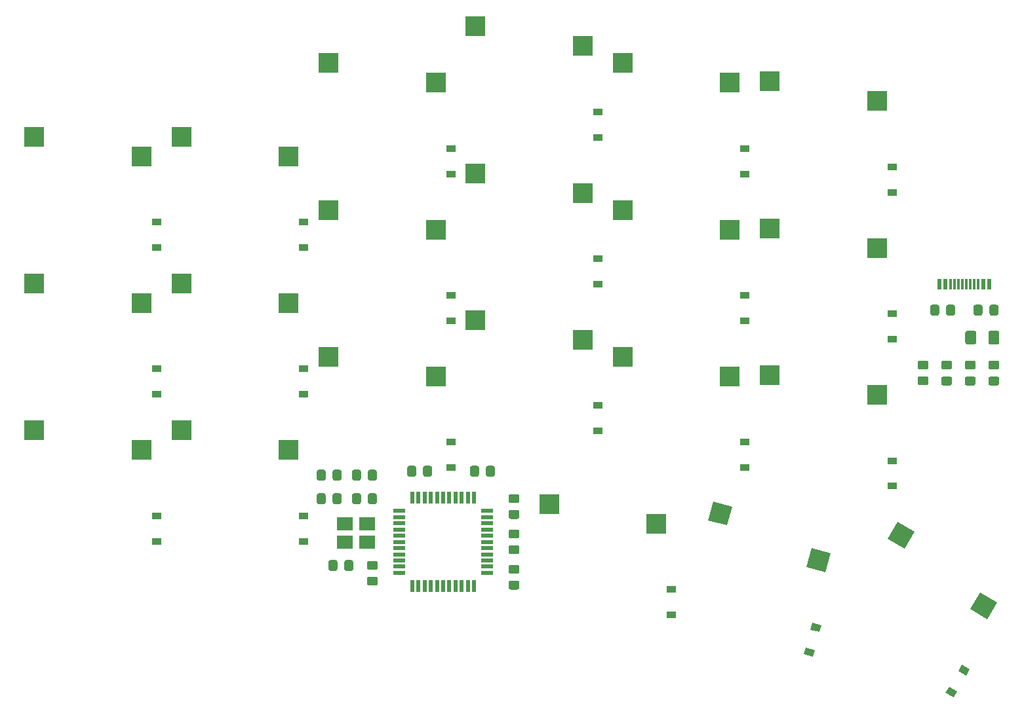
<source format=gbr>
%TF.GenerationSoftware,KiCad,Pcbnew,(5.1.10-1-10_14)*%
%TF.CreationDate,2022-01-29T17:31:24-08:00*%
%TF.ProjectId,phase,70686173-652e-46b6-9963-61645f706362,v1.0.1*%
%TF.SameCoordinates,Original*%
%TF.FileFunction,Paste,Top*%
%TF.FilePolarity,Positive*%
%FSLAX46Y46*%
G04 Gerber Fmt 4.6, Leading zero omitted, Abs format (unit mm)*
G04 Created by KiCad (PCBNEW (5.1.10-1-10_14)) date 2022-01-29 17:31:24*
%MOMM*%
%LPD*%
G01*
G04 APERTURE LIST*
%ADD10R,1.200000X0.900000*%
%ADD11C,0.100000*%
%ADD12R,0.300000X1.450000*%
%ADD13R,0.600000X1.450000*%
%ADD14R,2.550000X2.500000*%
%ADD15R,1.500000X0.550000*%
%ADD16R,0.550000X1.500000*%
%ADD17R,2.100000X1.800000*%
G04 APERTURE END LIST*
D10*
%TO.C,D1*%
X59500000Y-74950000D03*
X59500000Y-78250000D03*
%TD*%
%TO.C,D2*%
X59500000Y-93950000D03*
X59500000Y-97250000D03*
%TD*%
%TO.C,D3*%
X59500000Y-112950000D03*
X59500000Y-116250000D03*
%TD*%
%TO.C,D4*%
X78500000Y-74950000D03*
X78500000Y-78250000D03*
%TD*%
%TO.C,D5*%
X78500000Y-93950000D03*
X78500000Y-97250000D03*
%TD*%
%TO.C,D6*%
X78500000Y-112950000D03*
X78500000Y-116250000D03*
%TD*%
%TO.C,D7*%
X97500000Y-65450000D03*
X97500000Y-68750000D03*
%TD*%
%TO.C,D8*%
X97500000Y-84450000D03*
X97500000Y-87750000D03*
%TD*%
%TO.C,D9*%
X97500000Y-103450000D03*
X97500000Y-106750000D03*
%TD*%
%TO.C,D10*%
X116500000Y-60700000D03*
X116500000Y-64000000D03*
%TD*%
%TO.C,D11*%
X116500000Y-79700000D03*
X116500000Y-83000000D03*
%TD*%
%TO.C,D12*%
X116500000Y-98700000D03*
X116500000Y-102000000D03*
%TD*%
%TO.C,D13*%
X126000000Y-122450000D03*
X126000000Y-125750000D03*
%TD*%
%TO.C,D14*%
X135500000Y-65450000D03*
X135500000Y-68750000D03*
%TD*%
%TO.C,D15*%
X135500000Y-84450000D03*
X135500000Y-87750000D03*
%TD*%
%TO.C,D16*%
X135500000Y-103450000D03*
X135500000Y-106750000D03*
%TD*%
D11*
%TO.C,D17*%
G36*
X145130138Y-127999180D02*
G01*
X143971027Y-127688597D01*
X144203964Y-126819264D01*
X145363075Y-127129847D01*
X145130138Y-127999180D01*
G37*
G36*
X144276036Y-131186736D02*
G01*
X143116925Y-130876153D01*
X143349862Y-130006820D01*
X144508973Y-130317403D01*
X144276036Y-131186736D01*
G37*
%TD*%
D10*
%TO.C,D18*%
X154500000Y-67825000D03*
X154500000Y-71125000D03*
%TD*%
%TO.C,D19*%
X154500000Y-86825000D03*
X154500000Y-90125000D03*
%TD*%
%TO.C,D20*%
X154500000Y-105825000D03*
X154500000Y-109125000D03*
%TD*%
D11*
%TO.C,D21*%
G36*
X164084615Y-133606769D02*
G01*
X163045385Y-133006769D01*
X163495385Y-132227347D01*
X164534615Y-132827347D01*
X164084615Y-133606769D01*
G37*
G36*
X162434615Y-136464653D02*
G01*
X161395385Y-135864653D01*
X161845385Y-135085231D01*
X162884615Y-135685231D01*
X162434615Y-136464653D01*
G37*
%TD*%
%TO.C,SW1*%
G36*
G01*
X81347000Y-110293999D02*
X81347000Y-111194001D01*
G75*
G02*
X81097001Y-111444000I-249999J0D01*
G01*
X80446999Y-111444000D01*
G75*
G02*
X80197000Y-111194001I0J249999D01*
G01*
X80197000Y-110293999D01*
G75*
G02*
X80446999Y-110044000I249999J0D01*
G01*
X81097001Y-110044000D01*
G75*
G02*
X81347000Y-110293999I0J-249999D01*
G01*
G37*
G36*
G01*
X83397000Y-110293999D02*
X83397000Y-111194001D01*
G75*
G02*
X83147001Y-111444000I-249999J0D01*
G01*
X82496999Y-111444000D01*
G75*
G02*
X82247000Y-111194001I0J249999D01*
G01*
X82247000Y-110293999D01*
G75*
G02*
X82496999Y-110044000I249999J0D01*
G01*
X83147001Y-110044000D01*
G75*
G02*
X83397000Y-110293999I0J-249999D01*
G01*
G37*
%TD*%
%TO.C,C1*%
G36*
G01*
X83753000Y-119830001D02*
X83753000Y-118929999D01*
G75*
G02*
X84002999Y-118680000I249999J0D01*
G01*
X84653001Y-118680000D01*
G75*
G02*
X84903000Y-118929999I0J-249999D01*
G01*
X84903000Y-119830001D01*
G75*
G02*
X84653001Y-120080000I-249999J0D01*
G01*
X84002999Y-120080000D01*
G75*
G02*
X83753000Y-119830001I0J249999D01*
G01*
G37*
G36*
G01*
X81703000Y-119830001D02*
X81703000Y-118929999D01*
G75*
G02*
X81952999Y-118680000I249999J0D01*
G01*
X82603001Y-118680000D01*
G75*
G02*
X82853000Y-118929999I0J-249999D01*
G01*
X82853000Y-119830001D01*
G75*
G02*
X82603001Y-120080000I-249999J0D01*
G01*
X81952999Y-120080000D01*
G75*
G02*
X81703000Y-119830001I0J249999D01*
G01*
G37*
%TD*%
%TO.C,C2*%
G36*
G01*
X85901000Y-110293999D02*
X85901000Y-111194001D01*
G75*
G02*
X85651001Y-111444000I-249999J0D01*
G01*
X85000999Y-111444000D01*
G75*
G02*
X84751000Y-111194001I0J249999D01*
G01*
X84751000Y-110293999D01*
G75*
G02*
X85000999Y-110044000I249999J0D01*
G01*
X85651001Y-110044000D01*
G75*
G02*
X85901000Y-110293999I0J-249999D01*
G01*
G37*
G36*
G01*
X87951000Y-110293999D02*
X87951000Y-111194001D01*
G75*
G02*
X87701001Y-111444000I-249999J0D01*
G01*
X87050999Y-111444000D01*
G75*
G02*
X86801000Y-111194001I0J249999D01*
G01*
X86801000Y-110293999D01*
G75*
G02*
X87050999Y-110044000I249999J0D01*
G01*
X87701001Y-110044000D01*
G75*
G02*
X87951000Y-110293999I0J-249999D01*
G01*
G37*
%TD*%
%TO.C,C3*%
G36*
G01*
X105213999Y-121354000D02*
X106114001Y-121354000D01*
G75*
G02*
X106364000Y-121603999I0J-249999D01*
G01*
X106364000Y-122254001D01*
G75*
G02*
X106114001Y-122504000I-249999J0D01*
G01*
X105213999Y-122504000D01*
G75*
G02*
X104964000Y-122254001I0J249999D01*
G01*
X104964000Y-121603999D01*
G75*
G02*
X105213999Y-121354000I249999J0D01*
G01*
G37*
G36*
G01*
X105213999Y-119304000D02*
X106114001Y-119304000D01*
G75*
G02*
X106364000Y-119553999I0J-249999D01*
G01*
X106364000Y-120204001D01*
G75*
G02*
X106114001Y-120454000I-249999J0D01*
G01*
X105213999Y-120454000D01*
G75*
G02*
X104964000Y-120204001I0J249999D01*
G01*
X104964000Y-119553999D01*
G75*
G02*
X105213999Y-119304000I249999J0D01*
G01*
G37*
%TD*%
%TO.C,C4*%
G36*
G01*
X86925999Y-120837000D02*
X87826001Y-120837000D01*
G75*
G02*
X88076000Y-121086999I0J-249999D01*
G01*
X88076000Y-121737001D01*
G75*
G02*
X87826001Y-121987000I-249999J0D01*
G01*
X86925999Y-121987000D01*
G75*
G02*
X86676000Y-121737001I0J249999D01*
G01*
X86676000Y-121086999D01*
G75*
G02*
X86925999Y-120837000I249999J0D01*
G01*
G37*
G36*
G01*
X86925999Y-118787000D02*
X87826001Y-118787000D01*
G75*
G02*
X88076000Y-119036999I0J-249999D01*
G01*
X88076000Y-119687001D01*
G75*
G02*
X87826001Y-119937000I-249999J0D01*
G01*
X86925999Y-119937000D01*
G75*
G02*
X86676000Y-119687001I0J249999D01*
G01*
X86676000Y-119036999D01*
G75*
G02*
X86925999Y-118787000I249999J0D01*
G01*
G37*
%TD*%
%TO.C,C5*%
G36*
G01*
X86801000Y-108146001D02*
X86801000Y-107245999D01*
G75*
G02*
X87050999Y-106996000I249999J0D01*
G01*
X87701001Y-106996000D01*
G75*
G02*
X87951000Y-107245999I0J-249999D01*
G01*
X87951000Y-108146001D01*
G75*
G02*
X87701001Y-108396000I-249999J0D01*
G01*
X87050999Y-108396000D01*
G75*
G02*
X86801000Y-108146001I0J249999D01*
G01*
G37*
G36*
G01*
X84751000Y-108146001D02*
X84751000Y-107245999D01*
G75*
G02*
X85000999Y-106996000I249999J0D01*
G01*
X85651001Y-106996000D01*
G75*
G02*
X85901000Y-107245999I0J-249999D01*
G01*
X85901000Y-108146001D01*
G75*
G02*
X85651001Y-108396000I-249999J0D01*
G01*
X85000999Y-108396000D01*
G75*
G02*
X84751000Y-108146001I0J249999D01*
G01*
G37*
%TD*%
%TO.C,C6*%
G36*
G01*
X101141000Y-106737999D02*
X101141000Y-107638001D01*
G75*
G02*
X100891001Y-107888000I-249999J0D01*
G01*
X100240999Y-107888000D01*
G75*
G02*
X99991000Y-107638001I0J249999D01*
G01*
X99991000Y-106737999D01*
G75*
G02*
X100240999Y-106488000I249999J0D01*
G01*
X100891001Y-106488000D01*
G75*
G02*
X101141000Y-106737999I0J-249999D01*
G01*
G37*
G36*
G01*
X103191000Y-106737999D02*
X103191000Y-107638001D01*
G75*
G02*
X102941001Y-107888000I-249999J0D01*
G01*
X102290999Y-107888000D01*
G75*
G02*
X102041000Y-107638001I0J249999D01*
G01*
X102041000Y-106737999D01*
G75*
G02*
X102290999Y-106488000I249999J0D01*
G01*
X102941001Y-106488000D01*
G75*
G02*
X103191000Y-106737999I0J-249999D01*
G01*
G37*
%TD*%
%TO.C,C7*%
G36*
G01*
X106114001Y-111310000D02*
X105213999Y-111310000D01*
G75*
G02*
X104964000Y-111060001I0J249999D01*
G01*
X104964000Y-110409999D01*
G75*
G02*
X105213999Y-110160000I249999J0D01*
G01*
X106114001Y-110160000D01*
G75*
G02*
X106364000Y-110409999I0J-249999D01*
G01*
X106364000Y-111060001D01*
G75*
G02*
X106114001Y-111310000I-249999J0D01*
G01*
G37*
G36*
G01*
X106114001Y-113360000D02*
X105213999Y-113360000D01*
G75*
G02*
X104964000Y-113110001I0J249999D01*
G01*
X104964000Y-112459999D01*
G75*
G02*
X105213999Y-112210000I249999J0D01*
G01*
X106114001Y-112210000D01*
G75*
G02*
X106364000Y-112459999I0J-249999D01*
G01*
X106364000Y-113110001D01*
G75*
G02*
X106114001Y-113360000I-249999J0D01*
G01*
G37*
%TD*%
%TO.C,C8*%
G36*
G01*
X93031000Y-106737999D02*
X93031000Y-107638001D01*
G75*
G02*
X92781001Y-107888000I-249999J0D01*
G01*
X92130999Y-107888000D01*
G75*
G02*
X91881000Y-107638001I0J249999D01*
G01*
X91881000Y-106737999D01*
G75*
G02*
X92130999Y-106488000I249999J0D01*
G01*
X92781001Y-106488000D01*
G75*
G02*
X93031000Y-106737999I0J-249999D01*
G01*
G37*
G36*
G01*
X95081000Y-106737999D02*
X95081000Y-107638001D01*
G75*
G02*
X94831001Y-107888000I-249999J0D01*
G01*
X94180999Y-107888000D01*
G75*
G02*
X93931000Y-107638001I0J249999D01*
G01*
X93931000Y-106737999D01*
G75*
G02*
X94180999Y-106488000I249999J0D01*
G01*
X94831001Y-106488000D01*
G75*
G02*
X95081000Y-106737999I0J-249999D01*
G01*
G37*
%TD*%
%TO.C,F1*%
G36*
G01*
X163952500Y-90541000D02*
X163952500Y-89291000D01*
G75*
G02*
X164202500Y-89041000I250000J0D01*
G01*
X165127500Y-89041000D01*
G75*
G02*
X165377500Y-89291000I0J-250000D01*
G01*
X165377500Y-90541000D01*
G75*
G02*
X165127500Y-90791000I-250000J0D01*
G01*
X164202500Y-90791000D01*
G75*
G02*
X163952500Y-90541000I0J250000D01*
G01*
G37*
G36*
G01*
X166927500Y-90541000D02*
X166927500Y-89291000D01*
G75*
G02*
X167177500Y-89041000I250000J0D01*
G01*
X168102500Y-89041000D01*
G75*
G02*
X168352500Y-89291000I0J-250000D01*
G01*
X168352500Y-90541000D01*
G75*
G02*
X168102500Y-90791000I-250000J0D01*
G01*
X167177500Y-90791000D01*
G75*
G02*
X166927500Y-90541000I0J250000D01*
G01*
G37*
%TD*%
D12*
%TO.C,J1*%
X164080000Y-83039000D03*
X162080000Y-83039000D03*
X162580000Y-83039000D03*
X163080000Y-83039000D03*
X163580000Y-83039000D03*
X164580000Y-83039000D03*
X165080000Y-83039000D03*
X165580000Y-83039000D03*
D13*
X160580000Y-83039000D03*
X161380000Y-83039000D03*
X166280000Y-83039000D03*
X167080000Y-83039000D03*
X167080000Y-83039000D03*
X166280000Y-83039000D03*
X161380000Y-83039000D03*
X160580000Y-83039000D03*
%TD*%
D14*
%TO.C,K1*%
X57560000Y-66460000D03*
X43710000Y-63920000D03*
%TD*%
%TO.C,K2*%
X57560000Y-85460000D03*
X43710000Y-82920000D03*
%TD*%
%TO.C,K3*%
X57560000Y-104460000D03*
X43710000Y-101920000D03*
%TD*%
%TO.C,K4*%
X76560000Y-66460000D03*
X62710000Y-63920000D03*
%TD*%
%TO.C,K5*%
X76560000Y-85460000D03*
X62710000Y-82920000D03*
%TD*%
%TO.C,K6*%
X76560000Y-104460000D03*
X62710000Y-101920000D03*
%TD*%
%TO.C,K7*%
X95560000Y-56960000D03*
X81710000Y-54420000D03*
%TD*%
%TO.C,K8*%
X95560000Y-75960000D03*
X81710000Y-73420000D03*
%TD*%
%TO.C,K9*%
X95560000Y-94960000D03*
X81710000Y-92420000D03*
%TD*%
%TO.C,K10*%
X114560000Y-52210000D03*
X100710000Y-49670000D03*
%TD*%
%TO.C,K11*%
X114560000Y-71210000D03*
X100710000Y-68670000D03*
%TD*%
%TO.C,K12*%
X114560000Y-90210000D03*
X100710000Y-87670000D03*
%TD*%
%TO.C,K13*%
X124060000Y-113960000D03*
X110210000Y-111420000D03*
%TD*%
%TO.C,K14*%
X133560000Y-56960000D03*
X119710000Y-54420000D03*
%TD*%
%TO.C,K15*%
X133560000Y-75960000D03*
X119710000Y-73420000D03*
%TD*%
%TO.C,K16*%
X133560000Y-94960000D03*
X119710000Y-92420000D03*
%TD*%
D11*
%TO.C,K17*%
G36*
X143435721Y-119583633D02*
G01*
X144082768Y-117168818D01*
X146545879Y-117828807D01*
X145898832Y-120243622D01*
X143435721Y-119583633D01*
G37*
G36*
X130715048Y-113545538D02*
G01*
X131362095Y-111130723D01*
X133825206Y-111790712D01*
X133178159Y-114205527D01*
X130715048Y-113545538D01*
G37*
%TD*%
D14*
%TO.C,K18*%
X152560000Y-59335000D03*
X138710000Y-56795000D03*
%TD*%
%TO.C,K19*%
X152560000Y-78335000D03*
X138710000Y-75795000D03*
%TD*%
%TO.C,K20*%
X152560000Y-97335000D03*
X138710000Y-94795000D03*
%TD*%
D11*
%TO.C,K21*%
G36*
X164625970Y-125039327D02*
G01*
X165875970Y-122874263D01*
X168084334Y-124149263D01*
X166834334Y-126314327D01*
X164625970Y-125039327D01*
G37*
G36*
X153901518Y-115914623D02*
G01*
X155151518Y-113749559D01*
X157359882Y-115024559D01*
X156109882Y-117189623D01*
X153901518Y-115914623D01*
G37*
%TD*%
%TO.C,R1*%
G36*
G01*
X166174000Y-85909999D02*
X166174000Y-86810001D01*
G75*
G02*
X165924001Y-87060000I-249999J0D01*
G01*
X165273999Y-87060000D01*
G75*
G02*
X165024000Y-86810001I0J249999D01*
G01*
X165024000Y-85909999D01*
G75*
G02*
X165273999Y-85660000I249999J0D01*
G01*
X165924001Y-85660000D01*
G75*
G02*
X166174000Y-85909999I0J-249999D01*
G01*
G37*
G36*
G01*
X168224000Y-85909999D02*
X168224000Y-86810001D01*
G75*
G02*
X167974001Y-87060000I-249999J0D01*
G01*
X167323999Y-87060000D01*
G75*
G02*
X167074000Y-86810001I0J249999D01*
G01*
X167074000Y-85909999D01*
G75*
G02*
X167323999Y-85660000I249999J0D01*
G01*
X167974001Y-85660000D01*
G75*
G02*
X168224000Y-85909999I0J-249999D01*
G01*
G37*
%TD*%
%TO.C,R2*%
G36*
G01*
X161477000Y-86810001D02*
X161477000Y-85909999D01*
G75*
G02*
X161726999Y-85660000I249999J0D01*
G01*
X162377001Y-85660000D01*
G75*
G02*
X162627000Y-85909999I0J-249999D01*
G01*
X162627000Y-86810001D01*
G75*
G02*
X162377001Y-87060000I-249999J0D01*
G01*
X161726999Y-87060000D01*
G75*
G02*
X161477000Y-86810001I0J249999D01*
G01*
G37*
G36*
G01*
X159427000Y-86810001D02*
X159427000Y-85909999D01*
G75*
G02*
X159676999Y-85660000I249999J0D01*
G01*
X160327001Y-85660000D01*
G75*
G02*
X160577000Y-85909999I0J-249999D01*
G01*
X160577000Y-86810001D01*
G75*
G02*
X160327001Y-87060000I-249999J0D01*
G01*
X159676999Y-87060000D01*
G75*
G02*
X159427000Y-86810001I0J249999D01*
G01*
G37*
%TD*%
%TO.C,R3*%
G36*
G01*
X161994001Y-94047000D02*
X161093999Y-94047000D01*
G75*
G02*
X160844000Y-93797001I0J249999D01*
G01*
X160844000Y-93146999D01*
G75*
G02*
X161093999Y-92897000I249999J0D01*
G01*
X161994001Y-92897000D01*
G75*
G02*
X162244000Y-93146999I0J-249999D01*
G01*
X162244000Y-93797001D01*
G75*
G02*
X161994001Y-94047000I-249999J0D01*
G01*
G37*
G36*
G01*
X161994001Y-96097000D02*
X161093999Y-96097000D01*
G75*
G02*
X160844000Y-95847001I0J249999D01*
G01*
X160844000Y-95196999D01*
G75*
G02*
X161093999Y-94947000I249999J0D01*
G01*
X161994001Y-94947000D01*
G75*
G02*
X162244000Y-95196999I0J-249999D01*
G01*
X162244000Y-95847001D01*
G75*
G02*
X161994001Y-96097000I-249999J0D01*
G01*
G37*
%TD*%
%TO.C,R4*%
G36*
G01*
X158946001Y-94029000D02*
X158045999Y-94029000D01*
G75*
G02*
X157796000Y-93779001I0J249999D01*
G01*
X157796000Y-93128999D01*
G75*
G02*
X158045999Y-92879000I249999J0D01*
G01*
X158946001Y-92879000D01*
G75*
G02*
X159196000Y-93128999I0J-249999D01*
G01*
X159196000Y-93779001D01*
G75*
G02*
X158946001Y-94029000I-249999J0D01*
G01*
G37*
G36*
G01*
X158946001Y-96079000D02*
X158045999Y-96079000D01*
G75*
G02*
X157796000Y-95829001I0J249999D01*
G01*
X157796000Y-95178999D01*
G75*
G02*
X158045999Y-94929000I249999J0D01*
G01*
X158946001Y-94929000D01*
G75*
G02*
X159196000Y-95178999I0J-249999D01*
G01*
X159196000Y-95829001D01*
G75*
G02*
X158946001Y-96079000I-249999J0D01*
G01*
G37*
%TD*%
%TO.C,R5*%
G36*
G01*
X82247000Y-108146001D02*
X82247000Y-107245999D01*
G75*
G02*
X82496999Y-106996000I249999J0D01*
G01*
X83147001Y-106996000D01*
G75*
G02*
X83397000Y-107245999I0J-249999D01*
G01*
X83397000Y-108146001D01*
G75*
G02*
X83147001Y-108396000I-249999J0D01*
G01*
X82496999Y-108396000D01*
G75*
G02*
X82247000Y-108146001I0J249999D01*
G01*
G37*
G36*
G01*
X80197000Y-108146001D02*
X80197000Y-107245999D01*
G75*
G02*
X80446999Y-106996000I249999J0D01*
G01*
X81097001Y-106996000D01*
G75*
G02*
X81347000Y-107245999I0J-249999D01*
G01*
X81347000Y-108146001D01*
G75*
G02*
X81097001Y-108396000I-249999J0D01*
G01*
X80446999Y-108396000D01*
G75*
G02*
X80197000Y-108146001I0J249999D01*
G01*
G37*
%TD*%
%TO.C,R6*%
G36*
G01*
X105213999Y-116773000D02*
X106114001Y-116773000D01*
G75*
G02*
X106364000Y-117022999I0J-249999D01*
G01*
X106364000Y-117673001D01*
G75*
G02*
X106114001Y-117923000I-249999J0D01*
G01*
X105213999Y-117923000D01*
G75*
G02*
X104964000Y-117673001I0J249999D01*
G01*
X104964000Y-117022999D01*
G75*
G02*
X105213999Y-116773000I249999J0D01*
G01*
G37*
G36*
G01*
X105213999Y-114723000D02*
X106114001Y-114723000D01*
G75*
G02*
X106364000Y-114972999I0J-249999D01*
G01*
X106364000Y-115623001D01*
G75*
G02*
X106114001Y-115873000I-249999J0D01*
G01*
X105213999Y-115873000D01*
G75*
G02*
X104964000Y-115623001I0J249999D01*
G01*
X104964000Y-114972999D01*
G75*
G02*
X105213999Y-114723000I249999J0D01*
G01*
G37*
%TD*%
%TO.C,R7*%
G36*
G01*
X165042001Y-94047000D02*
X164141999Y-94047000D01*
G75*
G02*
X163892000Y-93797001I0J249999D01*
G01*
X163892000Y-93146999D01*
G75*
G02*
X164141999Y-92897000I249999J0D01*
G01*
X165042001Y-92897000D01*
G75*
G02*
X165292000Y-93146999I0J-249999D01*
G01*
X165292000Y-93797001D01*
G75*
G02*
X165042001Y-94047000I-249999J0D01*
G01*
G37*
G36*
G01*
X165042001Y-96097000D02*
X164141999Y-96097000D01*
G75*
G02*
X163892000Y-95847001I0J249999D01*
G01*
X163892000Y-95196999D01*
G75*
G02*
X164141999Y-94947000I249999J0D01*
G01*
X165042001Y-94947000D01*
G75*
G02*
X165292000Y-95196999I0J-249999D01*
G01*
X165292000Y-95847001D01*
G75*
G02*
X165042001Y-96097000I-249999J0D01*
G01*
G37*
%TD*%
%TO.C,R8*%
G36*
G01*
X168090001Y-94047000D02*
X167189999Y-94047000D01*
G75*
G02*
X166940000Y-93797001I0J249999D01*
G01*
X166940000Y-93146999D01*
G75*
G02*
X167189999Y-92897000I249999J0D01*
G01*
X168090001Y-92897000D01*
G75*
G02*
X168340000Y-93146999I0J-249999D01*
G01*
X168340000Y-93797001D01*
G75*
G02*
X168090001Y-94047000I-249999J0D01*
G01*
G37*
G36*
G01*
X168090001Y-96097000D02*
X167189999Y-96097000D01*
G75*
G02*
X166940000Y-95847001I0J249999D01*
G01*
X166940000Y-95196999D01*
G75*
G02*
X167189999Y-94947000I249999J0D01*
G01*
X168090001Y-94947000D01*
G75*
G02*
X168340000Y-95196999I0J-249999D01*
G01*
X168340000Y-95847001D01*
G75*
G02*
X168090001Y-96097000I-249999J0D01*
G01*
G37*
%TD*%
D15*
%TO.C,U1*%
X102220000Y-112332000D03*
X102220000Y-113132000D03*
X102220000Y-113932000D03*
X102220000Y-114732000D03*
X102220000Y-115532000D03*
X102220000Y-116332000D03*
X102220000Y-117132000D03*
X102220000Y-117932000D03*
X102220000Y-118732000D03*
X102220000Y-119532000D03*
X102220000Y-120332000D03*
D16*
X100520000Y-122032000D03*
X99720000Y-122032000D03*
X98920000Y-122032000D03*
X98120000Y-122032000D03*
X97320000Y-122032000D03*
X96520000Y-122032000D03*
X95720000Y-122032000D03*
X94920000Y-122032000D03*
X94120000Y-122032000D03*
X93320000Y-122032000D03*
X92520000Y-122032000D03*
D15*
X90820000Y-120332000D03*
X90820000Y-119532000D03*
X90820000Y-118732000D03*
X90820000Y-117932000D03*
X90820000Y-117132000D03*
X90820000Y-116332000D03*
X90820000Y-115532000D03*
X90820000Y-114732000D03*
X90820000Y-113932000D03*
X90820000Y-113132000D03*
X90820000Y-112332000D03*
D16*
X92520000Y-110632000D03*
X93320000Y-110632000D03*
X94120000Y-110632000D03*
X94920000Y-110632000D03*
X95720000Y-110632000D03*
X96520000Y-110632000D03*
X97320000Y-110632000D03*
X98120000Y-110632000D03*
X98920000Y-110632000D03*
X99720000Y-110632000D03*
X100520000Y-110632000D03*
%TD*%
D17*
%TO.C,X1*%
X83820000Y-114032000D03*
X86720000Y-114032000D03*
X86720000Y-116332000D03*
X83820000Y-116332000D03*
%TD*%
M02*

</source>
